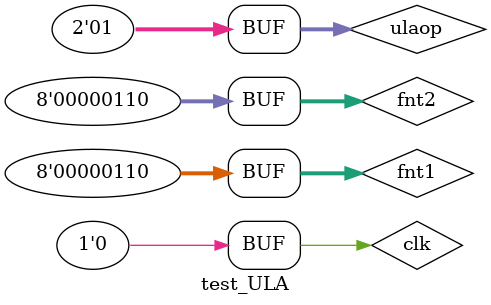
<source format=v>
/*
	CEFET-MG
	Disciplina de Laboratório de Arquitetura e Organização de Computadores I
	Data: 14/08/2021
	Aluno: Fernando Veizaga
	Matricula: 20203001902
*/

module ula (Fonte1, Fonte2, ULAOp, Resultado, Zero);
	input [7:0] Fonte1, Fonte2;
	input [1:0] ULAOp;
	
	output reg [7:0] Resultado;
	output Zero;

	always @(*) begin
		case (ULAOp)
			2'b00: Resultado = Fonte1 + Fonte2;
			2'b01: Resultado = Fonte1 - Fonte2;
			2'b10: begin
						if (Fonte1 < Fonte2)
							Resultado = 8'd1;
                  else
							Resultado = 8'd0;
                end
			endcase
	end
	
	assign Zero = (Resultado == 8'd0) ? 1'b1: 1'b0;

endmodule

module test_ULA;
	reg [7:0] fnt1, fnt2;
	reg [1:0] ulaop;
	reg clk;
	
	wire [7:0] res;
	wire zero;
	
	always begin
		clk = 0;
		#1 clk = 1;
		#1 clk = 0;
	end
	
	initial begin
		fnt1 = 2;
		fnt2 = 4;
		ulaop = 2'b00;
		#2 ulaop = 2'b01;
		#2 ulaop = 2'b10;
		#2 fnt1 = 3;
		fnt2 = 5;
		ulaop = 2'b00;
		#2 ulaop = 2'b01;
		#2 ulaop = 2'b10;
		#2 fnt1 = 6;
		fnt2 = 6;
		ulaop = 2'b01;
	end
	
	initial begin
		$monitor("Time=%0d Fonte1=%b Fonte2=%b ULAOp=%b Resultado=%b Zero=%b Clock=%b", $time, fnt1, fnt2, ulaop, res, zero, clk);
	end
	
	ula mod1(fnt1, fnt2, ulaop, res, zero);
	
endmodule

</source>
